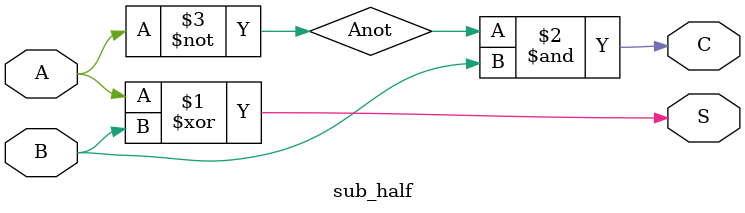
<source format=v>
module sub_half (S, C, A, B);
	input A, B;
	output S,C;
	wire Anot;

	xor(S,A,B);
	not(Anot, A);
	and(C,Anot,B);
	

endmodule


</source>
